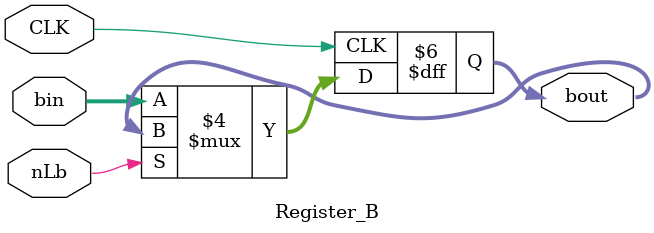
<source format=v>
module Register_B(nLb, CLK, bin, bout);
input CLK, nLb; //Inputs from the block diagram
input [7:0] bin; //8 bits from W bus

output [7:0] bout; //8 bits going to Adder/Subtractor

reg [7:0] bout; //Registers to hold the data going to the Addder/Subtractor

always @ (posedge CLK)

  begin 
  if(!nLb) //When nLb is low and a pos CLK edge loads the word from the W bus into Register B
    bout = bin;
  end
// add 8 bits going into adder/subtractor
endmodule
</source>
